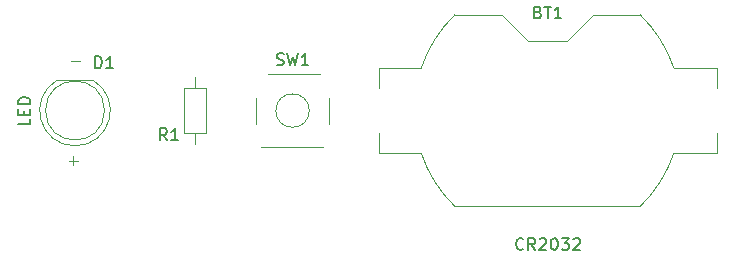
<source format=gbr>
%TF.GenerationSoftware,KiCad,Pcbnew,9.0.1*%
%TF.CreationDate,2025-06-21T20:36:45+02:00*%
%TF.ProjectId,Project LED Torch,50726f6a-6563-4742-904c-454420546f72,1*%
%TF.SameCoordinates,Original*%
%TF.FileFunction,Legend,Top*%
%TF.FilePolarity,Positive*%
%FSLAX46Y46*%
G04 Gerber Fmt 4.6, Leading zero omitted, Abs format (unit mm)*
G04 Created by KiCad (PCBNEW 9.0.1) date 2025-06-21 20:36:45*
%MOMM*%
%LPD*%
G01*
G04 APERTURE LIST*
%ADD10C,0.100000*%
%ADD11C,0.150000*%
%ADD12C,0.120000*%
G04 APERTURE END LIST*
D10*
X107403884Y-127491466D02*
X108165789Y-127491466D01*
X107784836Y-127872419D02*
X107784836Y-127110514D01*
X107603884Y-119091466D02*
X108365789Y-119091466D01*
D11*
X125031667Y-119360700D02*
X125174524Y-119408319D01*
X125174524Y-119408319D02*
X125412619Y-119408319D01*
X125412619Y-119408319D02*
X125507857Y-119360700D01*
X125507857Y-119360700D02*
X125555476Y-119313080D01*
X125555476Y-119313080D02*
X125603095Y-119217842D01*
X125603095Y-119217842D02*
X125603095Y-119122604D01*
X125603095Y-119122604D02*
X125555476Y-119027366D01*
X125555476Y-119027366D02*
X125507857Y-118979747D01*
X125507857Y-118979747D02*
X125412619Y-118932128D01*
X125412619Y-118932128D02*
X125222143Y-118884509D01*
X125222143Y-118884509D02*
X125126905Y-118836890D01*
X125126905Y-118836890D02*
X125079286Y-118789271D01*
X125079286Y-118789271D02*
X125031667Y-118694033D01*
X125031667Y-118694033D02*
X125031667Y-118598795D01*
X125031667Y-118598795D02*
X125079286Y-118503557D01*
X125079286Y-118503557D02*
X125126905Y-118455938D01*
X125126905Y-118455938D02*
X125222143Y-118408319D01*
X125222143Y-118408319D02*
X125460238Y-118408319D01*
X125460238Y-118408319D02*
X125603095Y-118455938D01*
X125936429Y-118408319D02*
X126174524Y-119408319D01*
X126174524Y-119408319D02*
X126365000Y-118694033D01*
X126365000Y-118694033D02*
X126555476Y-119408319D01*
X126555476Y-119408319D02*
X126793572Y-118408319D01*
X127698333Y-119408319D02*
X127126905Y-119408319D01*
X127412619Y-119408319D02*
X127412619Y-118408319D01*
X127412619Y-118408319D02*
X127317381Y-118551176D01*
X127317381Y-118551176D02*
X127222143Y-118646414D01*
X127222143Y-118646414D02*
X127126905Y-118694033D01*
X109661905Y-119654819D02*
X109661905Y-118654819D01*
X109661905Y-118654819D02*
X109900000Y-118654819D01*
X109900000Y-118654819D02*
X110042857Y-118702438D01*
X110042857Y-118702438D02*
X110138095Y-118797676D01*
X110138095Y-118797676D02*
X110185714Y-118892914D01*
X110185714Y-118892914D02*
X110233333Y-119083390D01*
X110233333Y-119083390D02*
X110233333Y-119226247D01*
X110233333Y-119226247D02*
X110185714Y-119416723D01*
X110185714Y-119416723D02*
X110138095Y-119511961D01*
X110138095Y-119511961D02*
X110042857Y-119607200D01*
X110042857Y-119607200D02*
X109900000Y-119654819D01*
X109900000Y-119654819D02*
X109661905Y-119654819D01*
X111185714Y-119654819D02*
X110614286Y-119654819D01*
X110900000Y-119654819D02*
X110900000Y-118654819D01*
X110900000Y-118654819D02*
X110804762Y-118797676D01*
X110804762Y-118797676D02*
X110709524Y-118892914D01*
X110709524Y-118892914D02*
X110614286Y-118940533D01*
X104154819Y-123942857D02*
X104154819Y-124419047D01*
X104154819Y-124419047D02*
X103154819Y-124419047D01*
X103631009Y-123609523D02*
X103631009Y-123276190D01*
X104154819Y-123133333D02*
X104154819Y-123609523D01*
X104154819Y-123609523D02*
X103154819Y-123609523D01*
X103154819Y-123609523D02*
X103154819Y-123133333D01*
X104154819Y-122704761D02*
X103154819Y-122704761D01*
X103154819Y-122704761D02*
X103154819Y-122466666D01*
X103154819Y-122466666D02*
X103202438Y-122323809D01*
X103202438Y-122323809D02*
X103297676Y-122228571D01*
X103297676Y-122228571D02*
X103392914Y-122180952D01*
X103392914Y-122180952D02*
X103583390Y-122133333D01*
X103583390Y-122133333D02*
X103726247Y-122133333D01*
X103726247Y-122133333D02*
X103916723Y-122180952D01*
X103916723Y-122180952D02*
X104011961Y-122228571D01*
X104011961Y-122228571D02*
X104107200Y-122323809D01*
X104107200Y-122323809D02*
X104154819Y-122466666D01*
X104154819Y-122466666D02*
X104154819Y-122704761D01*
X115733333Y-125754819D02*
X115400000Y-125278628D01*
X115161905Y-125754819D02*
X115161905Y-124754819D01*
X115161905Y-124754819D02*
X115542857Y-124754819D01*
X115542857Y-124754819D02*
X115638095Y-124802438D01*
X115638095Y-124802438D02*
X115685714Y-124850057D01*
X115685714Y-124850057D02*
X115733333Y-124945295D01*
X115733333Y-124945295D02*
X115733333Y-125088152D01*
X115733333Y-125088152D02*
X115685714Y-125183390D01*
X115685714Y-125183390D02*
X115638095Y-125231009D01*
X115638095Y-125231009D02*
X115542857Y-125278628D01*
X115542857Y-125278628D02*
X115161905Y-125278628D01*
X116685714Y-125754819D02*
X116114286Y-125754819D01*
X116400000Y-125754819D02*
X116400000Y-124754819D01*
X116400000Y-124754819D02*
X116304762Y-124897676D01*
X116304762Y-124897676D02*
X116209524Y-124992914D01*
X116209524Y-124992914D02*
X116114286Y-125040533D01*
X147169285Y-114931009D02*
X147312142Y-114978628D01*
X147312142Y-114978628D02*
X147359761Y-115026247D01*
X147359761Y-115026247D02*
X147407380Y-115121485D01*
X147407380Y-115121485D02*
X147407380Y-115264342D01*
X147407380Y-115264342D02*
X147359761Y-115359580D01*
X147359761Y-115359580D02*
X147312142Y-115407200D01*
X147312142Y-115407200D02*
X147216904Y-115454819D01*
X147216904Y-115454819D02*
X146835952Y-115454819D01*
X146835952Y-115454819D02*
X146835952Y-114454819D01*
X146835952Y-114454819D02*
X147169285Y-114454819D01*
X147169285Y-114454819D02*
X147264523Y-114502438D01*
X147264523Y-114502438D02*
X147312142Y-114550057D01*
X147312142Y-114550057D02*
X147359761Y-114645295D01*
X147359761Y-114645295D02*
X147359761Y-114740533D01*
X147359761Y-114740533D02*
X147312142Y-114835771D01*
X147312142Y-114835771D02*
X147264523Y-114883390D01*
X147264523Y-114883390D02*
X147169285Y-114931009D01*
X147169285Y-114931009D02*
X146835952Y-114931009D01*
X147693095Y-114454819D02*
X148264523Y-114454819D01*
X147978809Y-115454819D02*
X147978809Y-114454819D01*
X149121666Y-115454819D02*
X148550238Y-115454819D01*
X148835952Y-115454819D02*
X148835952Y-114454819D01*
X148835952Y-114454819D02*
X148740714Y-114597676D01*
X148740714Y-114597676D02*
X148645476Y-114692914D01*
X148645476Y-114692914D02*
X148550238Y-114740533D01*
X145904761Y-134959580D02*
X145857142Y-135007200D01*
X145857142Y-135007200D02*
X145714285Y-135054819D01*
X145714285Y-135054819D02*
X145619047Y-135054819D01*
X145619047Y-135054819D02*
X145476190Y-135007200D01*
X145476190Y-135007200D02*
X145380952Y-134911961D01*
X145380952Y-134911961D02*
X145333333Y-134816723D01*
X145333333Y-134816723D02*
X145285714Y-134626247D01*
X145285714Y-134626247D02*
X145285714Y-134483390D01*
X145285714Y-134483390D02*
X145333333Y-134292914D01*
X145333333Y-134292914D02*
X145380952Y-134197676D01*
X145380952Y-134197676D02*
X145476190Y-134102438D01*
X145476190Y-134102438D02*
X145619047Y-134054819D01*
X145619047Y-134054819D02*
X145714285Y-134054819D01*
X145714285Y-134054819D02*
X145857142Y-134102438D01*
X145857142Y-134102438D02*
X145904761Y-134150057D01*
X146904761Y-135054819D02*
X146571428Y-134578628D01*
X146333333Y-135054819D02*
X146333333Y-134054819D01*
X146333333Y-134054819D02*
X146714285Y-134054819D01*
X146714285Y-134054819D02*
X146809523Y-134102438D01*
X146809523Y-134102438D02*
X146857142Y-134150057D01*
X146857142Y-134150057D02*
X146904761Y-134245295D01*
X146904761Y-134245295D02*
X146904761Y-134388152D01*
X146904761Y-134388152D02*
X146857142Y-134483390D01*
X146857142Y-134483390D02*
X146809523Y-134531009D01*
X146809523Y-134531009D02*
X146714285Y-134578628D01*
X146714285Y-134578628D02*
X146333333Y-134578628D01*
X147285714Y-134150057D02*
X147333333Y-134102438D01*
X147333333Y-134102438D02*
X147428571Y-134054819D01*
X147428571Y-134054819D02*
X147666666Y-134054819D01*
X147666666Y-134054819D02*
X147761904Y-134102438D01*
X147761904Y-134102438D02*
X147809523Y-134150057D01*
X147809523Y-134150057D02*
X147857142Y-134245295D01*
X147857142Y-134245295D02*
X147857142Y-134340533D01*
X147857142Y-134340533D02*
X147809523Y-134483390D01*
X147809523Y-134483390D02*
X147238095Y-135054819D01*
X147238095Y-135054819D02*
X147857142Y-135054819D01*
X148476190Y-134054819D02*
X148571428Y-134054819D01*
X148571428Y-134054819D02*
X148666666Y-134102438D01*
X148666666Y-134102438D02*
X148714285Y-134150057D01*
X148714285Y-134150057D02*
X148761904Y-134245295D01*
X148761904Y-134245295D02*
X148809523Y-134435771D01*
X148809523Y-134435771D02*
X148809523Y-134673866D01*
X148809523Y-134673866D02*
X148761904Y-134864342D01*
X148761904Y-134864342D02*
X148714285Y-134959580D01*
X148714285Y-134959580D02*
X148666666Y-135007200D01*
X148666666Y-135007200D02*
X148571428Y-135054819D01*
X148571428Y-135054819D02*
X148476190Y-135054819D01*
X148476190Y-135054819D02*
X148380952Y-135007200D01*
X148380952Y-135007200D02*
X148333333Y-134959580D01*
X148333333Y-134959580D02*
X148285714Y-134864342D01*
X148285714Y-134864342D02*
X148238095Y-134673866D01*
X148238095Y-134673866D02*
X148238095Y-134435771D01*
X148238095Y-134435771D02*
X148285714Y-134245295D01*
X148285714Y-134245295D02*
X148333333Y-134150057D01*
X148333333Y-134150057D02*
X148380952Y-134102438D01*
X148380952Y-134102438D02*
X148476190Y-134054819D01*
X149142857Y-134054819D02*
X149761904Y-134054819D01*
X149761904Y-134054819D02*
X149428571Y-134435771D01*
X149428571Y-134435771D02*
X149571428Y-134435771D01*
X149571428Y-134435771D02*
X149666666Y-134483390D01*
X149666666Y-134483390D02*
X149714285Y-134531009D01*
X149714285Y-134531009D02*
X149761904Y-134626247D01*
X149761904Y-134626247D02*
X149761904Y-134864342D01*
X149761904Y-134864342D02*
X149714285Y-134959580D01*
X149714285Y-134959580D02*
X149666666Y-135007200D01*
X149666666Y-135007200D02*
X149571428Y-135054819D01*
X149571428Y-135054819D02*
X149285714Y-135054819D01*
X149285714Y-135054819D02*
X149190476Y-135007200D01*
X149190476Y-135007200D02*
X149142857Y-134959580D01*
X150142857Y-134150057D02*
X150190476Y-134102438D01*
X150190476Y-134102438D02*
X150285714Y-134054819D01*
X150285714Y-134054819D02*
X150523809Y-134054819D01*
X150523809Y-134054819D02*
X150619047Y-134102438D01*
X150619047Y-134102438D02*
X150666666Y-134150057D01*
X150666666Y-134150057D02*
X150714285Y-134245295D01*
X150714285Y-134245295D02*
X150714285Y-134340533D01*
X150714285Y-134340533D02*
X150666666Y-134483390D01*
X150666666Y-134483390D02*
X150095238Y-135054819D01*
X150095238Y-135054819D02*
X150714285Y-135054819D01*
D12*
%TO.C,SW1*%
X123245000Y-124403500D02*
X123245000Y-122203500D01*
X123715000Y-126373500D02*
X128915000Y-126373500D01*
X124315000Y-120133500D02*
X128715000Y-120133500D01*
X129485000Y-122203500D02*
X129485000Y-124403500D01*
X127779214Y-123253500D02*
G75*
G02*
X124950786Y-123253500I-1414214J0D01*
G01*
X124950786Y-123253500D02*
G75*
G02*
X127779214Y-123253500I1414214J0D01*
G01*
%TO.C,D1*%
X109495000Y-120688500D02*
X106405000Y-120688500D01*
X107949952Y-126238500D02*
G75*
G02*
X106405170Y-120688500I48J2990000D01*
G01*
X109494830Y-120688500D02*
G75*
G02*
X107950048Y-126238500I-1544830J-2560000D01*
G01*
X110450000Y-123248500D02*
G75*
G02*
X105450000Y-123248500I-2500000J0D01*
G01*
X105450000Y-123248500D02*
G75*
G02*
X110450000Y-123248500I2500000J0D01*
G01*
%TO.C,R1*%
X117190000Y-121333500D02*
X117190000Y-125173500D01*
X117190000Y-125173500D02*
X119030000Y-125173500D01*
X118110000Y-120383500D02*
X118110000Y-121333500D01*
X118110000Y-126123500D02*
X118110000Y-125173500D01*
X119030000Y-121333500D02*
X117190000Y-121333500D01*
X119030000Y-125173500D02*
X119030000Y-121333500D01*
%TO.C,BT1*%
X133645000Y-119643500D02*
X137263000Y-119643500D01*
X133645000Y-121353500D02*
X133645000Y-119643500D01*
X133645000Y-125153500D02*
X133645000Y-126863500D01*
X137263000Y-126863500D02*
X133645000Y-126863500D01*
X140107700Y-115143500D02*
X144095000Y-115143500D01*
X146295000Y-117343500D02*
X144095000Y-115143500D01*
X146295000Y-117343500D02*
X149615000Y-117343500D01*
X149615000Y-117343500D02*
X151815000Y-115143500D01*
X151815000Y-115143500D02*
X155802300Y-115143500D01*
X155802300Y-131363500D02*
X140107700Y-131363500D01*
X158647000Y-119643500D02*
X162265000Y-119643500D01*
X162265000Y-121353500D02*
X162265000Y-119643500D01*
X162265000Y-125153500D02*
X162265000Y-126863500D01*
X162265000Y-126863500D02*
X158647000Y-126863500D01*
X137263000Y-119643500D02*
G75*
G02*
X140109629Y-115141711I10692020J-3610012D01*
G01*
X140109629Y-131365289D02*
G75*
G02*
X137263000Y-126863500I7845371J8111789D01*
G01*
X155800371Y-115141711D02*
G75*
G02*
X158647000Y-119643500I-7845366J-8111785D01*
G01*
X158647000Y-126863500D02*
G75*
G02*
X155800372Y-131365290I-10692020J3610010D01*
G01*
%TD*%
M02*

</source>
